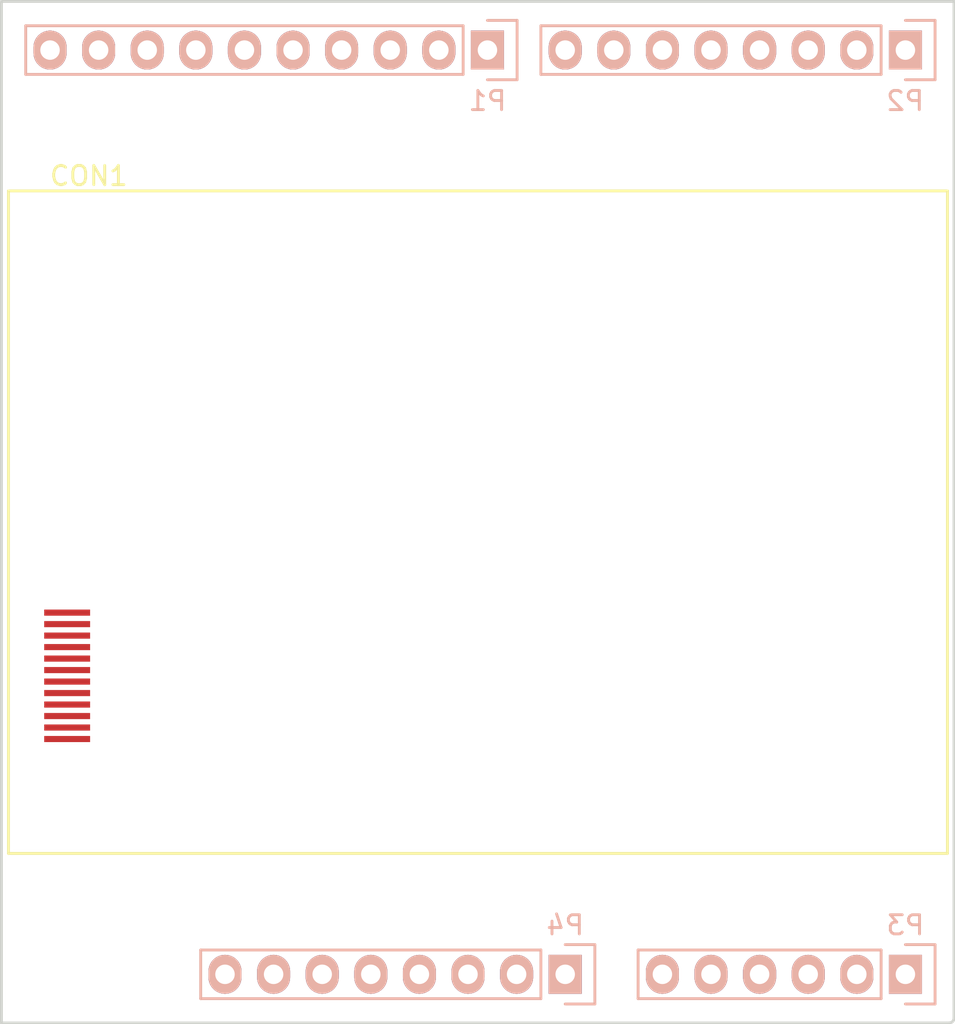
<source format=kicad_pcb>
(kicad_pcb (version 4) (host pcbnew 4.0.5-e0-6337~49~ubuntu16.04.1)

  (general
    (links 0)
    (no_connects 0)
    (area 16.180999 2.464999 66.115001 55.955001)
    (thickness 1.6)
    (drawings 5)
    (tracks 0)
    (zones 0)
    (modules 5)
    (nets 1)
  )

  (page User 148.006 210.007)
  (layers
    (0 F.Cu signal)
    (31 B.Cu signal)
    (32 B.Adhes user)
    (33 F.Adhes user)
    (34 B.Paste user)
    (35 F.Paste user)
    (36 B.SilkS user)
    (37 F.SilkS user)
    (38 B.Mask user)
    (39 F.Mask user)
    (40 Dwgs.User user)
    (41 Cmts.User user)
    (42 Eco1.User user)
    (43 Eco2.User user)
    (44 Edge.Cuts user)
    (45 Margin user)
    (46 B.CrtYd user)
    (47 F.CrtYd user)
    (48 B.Fab user)
    (49 F.Fab user)
  )

  (setup
    (last_trace_width 0.25)
    (trace_clearance 0.2)
    (zone_clearance 0.508)
    (zone_45_only no)
    (trace_min 0.2)
    (segment_width 0.2)
    (edge_width 0.15)
    (via_size 0.6)
    (via_drill 0.4)
    (via_min_size 0.4)
    (via_min_drill 0.3)
    (uvia_size 0.3)
    (uvia_drill 0.1)
    (uvias_allowed no)
    (uvia_min_size 0.2)
    (uvia_min_drill 0.1)
    (pcb_text_width 0.3)
    (pcb_text_size 1.5 1.5)
    (mod_edge_width 0.15)
    (mod_text_size 1 1)
    (mod_text_width 0.15)
    (pad_size 2.032 1.7272)
    (pad_drill 1.016)
    (pad_to_mask_clearance 0.2)
    (aux_axis_origin 0 0)
    (visible_elements FFFFFF7F)
    (pcbplotparams
      (layerselection 0x00000_00000001)
      (usegerberextensions false)
      (excludeedgelayer false)
      (linewidth 0.100000)
      (plotframeref false)
      (viasonmask false)
      (mode 1)
      (useauxorigin false)
      (hpglpennumber 1)
      (hpglpenspeed 20)
      (hpglpendiameter 15)
      (hpglpenoverlay 2)
      (psnegative false)
      (psa4output false)
      (plotreference true)
      (plotvalue true)
      (plotinvisibletext false)
      (padsonsilk false)
      (subtractmaskfromsilk false)
      (outputformat 5)
      (mirror true)
      (drillshape 2)
      (scaleselection 1)
      (outputdirectory mfg))
  )

  (net 0 "")

  (net_class Default "This is the default net class."
    (clearance 0.2)
    (trace_width 0.25)
    (via_dia 0.6)
    (via_drill 0.4)
    (uvia_dia 0.3)
    (uvia_drill 0.1)
  )

  (module Pin_Headers:Pin_Header_Straight_1x06 (layer B.Cu) (tedit 0) (tstamp 58932B2D)
    (at 63.5 53.34 90)
    (descr "Through hole pin header")
    (tags "pin header")
    (path /589329E7)
    (fp_text reference P3 (at 2.5654 0 180) (layer B.SilkS)
      (effects (font (size 1 1) (thickness 0.15)) (justify mirror))
    )
    (fp_text value CONN_01X06 (at 2.5527 -7.1501 180) (layer B.Fab)
      (effects (font (size 1 1) (thickness 0.15)) (justify mirror))
    )
    (fp_line (start -1.75 1.75) (end -1.75 -14.45) (layer B.CrtYd) (width 0.05))
    (fp_line (start 1.75 1.75) (end 1.75 -14.45) (layer B.CrtYd) (width 0.05))
    (fp_line (start -1.75 1.75) (end 1.75 1.75) (layer B.CrtYd) (width 0.05))
    (fp_line (start -1.75 -14.45) (end 1.75 -14.45) (layer B.CrtYd) (width 0.05))
    (fp_line (start 1.27 -1.27) (end 1.27 -13.97) (layer B.SilkS) (width 0.15))
    (fp_line (start 1.27 -13.97) (end -1.27 -13.97) (layer B.SilkS) (width 0.15))
    (fp_line (start -1.27 -13.97) (end -1.27 -1.27) (layer B.SilkS) (width 0.15))
    (fp_line (start 1.55 1.55) (end 1.55 0) (layer B.SilkS) (width 0.15))
    (fp_line (start 1.27 -1.27) (end -1.27 -1.27) (layer B.SilkS) (width 0.15))
    (fp_line (start -1.55 0) (end -1.55 1.55) (layer B.SilkS) (width 0.15))
    (fp_line (start -1.55 1.55) (end 1.55 1.55) (layer B.SilkS) (width 0.15))
    (pad 1 thru_hole rect (at 0 0 90) (size 2.032 1.7272) (drill 1.016) (layers *.Cu *.Mask B.SilkS))
    (pad 2 thru_hole oval (at 0 -2.54 90) (size 2.032 1.7272) (drill 1.016) (layers *.Cu *.Mask B.SilkS))
    (pad 3 thru_hole oval (at 0 -5.08 90) (size 2.032 1.7272) (drill 1.016) (layers *.Cu *.Mask B.SilkS))
    (pad 4 thru_hole oval (at 0 -7.62 90) (size 2.032 1.7272) (drill 1.016) (layers *.Cu *.Mask B.SilkS))
    (pad 5 thru_hole oval (at 0 -10.16 90) (size 2.032 1.7272) (drill 1.016) (layers *.Cu *.Mask B.SilkS))
    (pad 6 thru_hole oval (at 0 -12.7 90) (size 2.032 1.7272) (drill 1.016) (layers *.Cu *.Mask B.SilkS))
    (model Pin_Headers.3dshapes/Pin_Header_Straight_1x06.wrl
      (at (xyz 0 -0.25 0))
      (scale (xyz 1 1 1))
      (rotate (xyz 0 0 90))
    )
  )

  (module Pin_Headers:Pin_Header_Straight_1x08 (layer B.Cu) (tedit 0) (tstamp 58932B39)
    (at 45.72 53.34 90)
    (descr "Through hole pin header")
    (tags "pin header")
    (path /58932A6C)
    (fp_text reference P4 (at 2.5654 0 180) (layer B.SilkS)
      (effects (font (size 1 1) (thickness 0.15)) (justify mirror))
    )
    (fp_text value CONN_01X08 (at 2.8575 -6.1849 180) (layer B.Fab)
      (effects (font (size 1 1) (thickness 0.15)) (justify mirror))
    )
    (fp_line (start -1.75 1.75) (end -1.75 -19.55) (layer B.CrtYd) (width 0.05))
    (fp_line (start 1.75 1.75) (end 1.75 -19.55) (layer B.CrtYd) (width 0.05))
    (fp_line (start -1.75 1.75) (end 1.75 1.75) (layer B.CrtYd) (width 0.05))
    (fp_line (start -1.75 -19.55) (end 1.75 -19.55) (layer B.CrtYd) (width 0.05))
    (fp_line (start 1.27 -1.27) (end 1.27 -19.05) (layer B.SilkS) (width 0.15))
    (fp_line (start 1.27 -19.05) (end -1.27 -19.05) (layer B.SilkS) (width 0.15))
    (fp_line (start -1.27 -19.05) (end -1.27 -1.27) (layer B.SilkS) (width 0.15))
    (fp_line (start 1.55 1.55) (end 1.55 0) (layer B.SilkS) (width 0.15))
    (fp_line (start 1.27 -1.27) (end -1.27 -1.27) (layer B.SilkS) (width 0.15))
    (fp_line (start -1.55 0) (end -1.55 1.55) (layer B.SilkS) (width 0.15))
    (fp_line (start -1.55 1.55) (end 1.55 1.55) (layer B.SilkS) (width 0.15))
    (pad 1 thru_hole rect (at 0 0 90) (size 2.032 1.7272) (drill 1.016) (layers *.Cu *.Mask B.SilkS))
    (pad 2 thru_hole oval (at 0 -2.54 90) (size 2.032 1.7272) (drill 1.016) (layers *.Cu *.Mask B.SilkS))
    (pad 3 thru_hole oval (at 0 -5.08 90) (size 2.032 1.7272) (drill 1.016) (layers *.Cu *.Mask B.SilkS))
    (pad 4 thru_hole oval (at 0 -7.62 90) (size 2.032 1.7272) (drill 1.016) (layers *.Cu *.Mask B.SilkS))
    (pad 5 thru_hole oval (at 0 -10.16 90) (size 2.032 1.7272) (drill 1.016) (layers *.Cu *.Mask B.SilkS))
    (pad 6 thru_hole oval (at 0 -12.7 90) (size 2.032 1.7272) (drill 1.016) (layers *.Cu *.Mask B.SilkS))
    (pad 7 thru_hole oval (at 0 -15.24 90) (size 2.032 1.7272) (drill 1.016) (layers *.Cu *.Mask B.SilkS))
    (pad 8 thru_hole oval (at 0 -17.78 90) (size 2.032 1.7272) (drill 1.016) (layers *.Cu *.Mask B.SilkS))
    (model Pin_Headers.3dshapes/Pin_Header_Straight_1x08.wrl
      (at (xyz 0 -0.35 0))
      (scale (xyz 1 1 1))
      (rotate (xyz 0 0 90))
    )
  )

  (module Pin_Headers:Pin_Header_Straight_1x10 (layer B.Cu) (tedit 0) (tstamp 58932B7A)
    (at 41.656 5.08 90)
    (descr "Through hole pin header")
    (tags "pin header")
    (path /589328A5)
    (fp_text reference P1 (at -2.6543 0 180) (layer B.SilkS)
      (effects (font (size 1 1) (thickness 0.15)) (justify mirror))
    )
    (fp_text value CONN_01X10 (at -2.6416 -17.7165 180) (layer B.Fab)
      (effects (font (size 1 1) (thickness 0.15)) (justify mirror))
    )
    (fp_line (start -1.75 1.75) (end -1.75 -24.65) (layer B.CrtYd) (width 0.05))
    (fp_line (start 1.75 1.75) (end 1.75 -24.65) (layer B.CrtYd) (width 0.05))
    (fp_line (start -1.75 1.75) (end 1.75 1.75) (layer B.CrtYd) (width 0.05))
    (fp_line (start -1.75 -24.65) (end 1.75 -24.65) (layer B.CrtYd) (width 0.05))
    (fp_line (start 1.27 -1.27) (end 1.27 -24.13) (layer B.SilkS) (width 0.15))
    (fp_line (start 1.27 -24.13) (end -1.27 -24.13) (layer B.SilkS) (width 0.15))
    (fp_line (start -1.27 -24.13) (end -1.27 -1.27) (layer B.SilkS) (width 0.15))
    (fp_line (start 1.55 1.55) (end 1.55 0) (layer B.SilkS) (width 0.15))
    (fp_line (start 1.27 -1.27) (end -1.27 -1.27) (layer B.SilkS) (width 0.15))
    (fp_line (start -1.55 0) (end -1.55 1.55) (layer B.SilkS) (width 0.15))
    (fp_line (start -1.55 1.55) (end 1.55 1.55) (layer B.SilkS) (width 0.15))
    (pad 1 thru_hole rect (at 0 0 90) (size 2.032 1.7272) (drill 1.016) (layers *.Cu *.Mask B.SilkS))
    (pad 2 thru_hole oval (at 0 -2.54 90) (size 2.032 1.7272) (drill 1.016) (layers *.Cu *.Mask B.SilkS))
    (pad 3 thru_hole oval (at 0 -5.08 90) (size 2.032 1.7272) (drill 1.016) (layers *.Cu *.Mask B.SilkS))
    (pad 4 thru_hole oval (at 0 -7.62 90) (size 2.032 1.7272) (drill 1.016) (layers *.Cu *.Mask B.SilkS))
    (pad 5 thru_hole oval (at 0 -10.16 90) (size 2.032 1.7272) (drill 1.016) (layers *.Cu *.Mask B.SilkS))
    (pad 6 thru_hole oval (at 0 -12.7 90) (size 2.032 1.7272) (drill 1.016) (layers *.Cu *.Mask B.SilkS))
    (pad 7 thru_hole oval (at 0 -15.24 90) (size 2.032 1.7272) (drill 1.016) (layers *.Cu *.Mask B.SilkS))
    (pad 8 thru_hole oval (at 0 -17.78 90) (size 2.032 1.7272) (drill 1.016) (layers *.Cu *.Mask B.SilkS))
    (pad 9 thru_hole oval (at 0 -20.32 90) (size 2.032 1.7272) (drill 1.016) (layers *.Cu *.Mask B.SilkS))
    (pad 10 thru_hole oval (at 0 -22.86 90) (size 2.032 1.7272) (drill 1.016) (layers *.Cu *.Mask B.SilkS))
    (model Pin_Headers.3dshapes/Pin_Header_Straight_1x10.wrl
      (at (xyz 0 -0.45 0))
      (scale (xyz 1 1 1))
      (rotate (xyz 0 0 90))
    )
  )

  (module Pin_Headers:Pin_Header_Straight_1x08 (layer B.Cu) (tedit 0) (tstamp 58932B87)
    (at 63.5 5.08 90)
    (descr "Through hole pin header")
    (tags "pin header")
    (path /5893296E)
    (fp_text reference P2 (at -2.6543 -0.0127 180) (layer B.SilkS)
      (effects (font (size 1 1) (thickness 0.15)) (justify mirror))
    )
    (fp_text value CONN_01X08 (at -2.7051 -8.8138 180) (layer B.Fab)
      (effects (font (size 1 1) (thickness 0.15)) (justify mirror))
    )
    (fp_line (start -1.75 1.75) (end -1.75 -19.55) (layer B.CrtYd) (width 0.05))
    (fp_line (start 1.75 1.75) (end 1.75 -19.55) (layer B.CrtYd) (width 0.05))
    (fp_line (start -1.75 1.75) (end 1.75 1.75) (layer B.CrtYd) (width 0.05))
    (fp_line (start -1.75 -19.55) (end 1.75 -19.55) (layer B.CrtYd) (width 0.05))
    (fp_line (start 1.27 -1.27) (end 1.27 -19.05) (layer B.SilkS) (width 0.15))
    (fp_line (start 1.27 -19.05) (end -1.27 -19.05) (layer B.SilkS) (width 0.15))
    (fp_line (start -1.27 -19.05) (end -1.27 -1.27) (layer B.SilkS) (width 0.15))
    (fp_line (start 1.55 1.55) (end 1.55 0) (layer B.SilkS) (width 0.15))
    (fp_line (start 1.27 -1.27) (end -1.27 -1.27) (layer B.SilkS) (width 0.15))
    (fp_line (start -1.55 0) (end -1.55 1.55) (layer B.SilkS) (width 0.15))
    (fp_line (start -1.55 1.55) (end 1.55 1.55) (layer B.SilkS) (width 0.15))
    (pad 1 thru_hole rect (at 0 0 90) (size 2.032 1.7272) (drill 1.016) (layers *.Cu *.Mask B.SilkS))
    (pad 2 thru_hole oval (at 0 -2.54 90) (size 2.032 1.7272) (drill 1.016) (layers *.Cu *.Mask B.SilkS))
    (pad 3 thru_hole oval (at 0 -5.08 90) (size 2.032 1.7272) (drill 1.016) (layers *.Cu *.Mask B.SilkS))
    (pad 4 thru_hole oval (at 0 -7.62 90) (size 2.032 1.7272) (drill 1.016) (layers *.Cu *.Mask B.SilkS))
    (pad 5 thru_hole oval (at 0 -10.16 90) (size 2.032 1.7272) (drill 1.016) (layers *.Cu *.Mask B.SilkS))
    (pad 6 thru_hole oval (at 0 -12.7 90) (size 2.032 1.7272) (drill 1.016) (layers *.Cu *.Mask B.SilkS))
    (pad 7 thru_hole oval (at 0 -15.24 90) (size 2.032 1.7272) (drill 1.016) (layers *.Cu *.Mask B.SilkS))
    (pad 8 thru_hole oval (at 0 -17.78 90) (size 2.032 1.7272) (drill 1.016) (layers *.Cu *.Mask B.SilkS))
    (model Pin_Headers.3dshapes/Pin_Header_Straight_1x08.wrl
      (at (xyz 0 -0.35 0))
      (scale (xyz 1 1 1))
      (rotate (xyz 0 0 90))
    )
  )

  (module Connect:Nokia1616_LCD (layer F.Cu) (tedit 588D044B) (tstamp 589783EC)
    (at 20.8915 33.9725 90)
    (path /58978335)
    (fp_text reference CON1 (at 22.32152 -0.07112 180) (layer F.SilkS)
      (effects (font (size 1 1) (thickness 0.15)))
    )
    (fp_text value Nokia1616_LCD (at -12.14628 1.73228 180) (layer F.Fab)
      (effects (font (size 1 1) (thickness 0.15)))
    )
    (fp_line (start -13.0556 44.8056) (end 21.5392 44.8056) (layer F.SilkS) (width 0.15))
    (fp_line (start 21.5392 -4.2672) (end 21.5392 44.8056) (layer F.SilkS) (width 0.15))
    (fp_line (start -13.0556 -4.2672) (end -13.0556 44.8056) (layer F.SilkS) (width 0.15))
    (fp_line (start -13.0556 -4.2672) (end 21.5392 -4.2672) (layer F.SilkS) (width 0.15))
    (pad 1 smd rect (at -7.08148 -1.20142 90) (size 0.319989 2.399995) (layers F.Cu F.Paste F.Mask))
    (pad 2 smd rect (at -6.48148 -1.20142 90) (size 0.319989 2.399995) (layers F.Cu F.Paste F.Mask))
    (pad 3 smd rect (at -5.88148 -1.20142 90) (size 0.319989 2.399995) (layers F.Cu F.Paste F.Mask))
    (pad 4 smd rect (at -5.28148 -1.20142 90) (size 0.319989 2.399995) (layers F.Cu F.Paste F.Mask))
    (pad 5 smd rect (at -4.68148 -1.20142 90) (size 0.319989 2.399995) (layers F.Cu F.Paste F.Mask))
    (pad 6 smd rect (at -4.08148 -1.20142 90) (size 0.319989 2.399995) (layers F.Cu F.Paste F.Mask))
    (pad 7 smd rect (at -3.48148 -1.20142 90) (size 0.319989 2.399995) (layers F.Cu F.Paste F.Mask))
    (pad 8 smd rect (at -2.88148 -1.20142 90) (size 0.319989 2.399995) (layers F.Cu F.Paste F.Mask))
    (pad 9 smd rect (at -2.28148 -1.20142 90) (size 0.319989 2.399995) (layers F.Cu F.Paste F.Mask))
    (pad 10 smd rect (at -1.68148 -1.20142 90) (size 0.319989 2.399995) (layers F.Cu F.Paste F.Mask))
    (pad 11 smd rect (at -1.08148 -1.20142 90) (size 0.319989 2.399995) (layers F.Cu F.Paste F.Mask))
    (pad 12 smd rect (at -0.48148 -1.20142 90) (size 0.319989 2.399995) (layers F.Cu F.Paste F.Mask))
  )

  (gr_arc (start 65.786 55.626) (end 66.04 55.626) (angle 90) (layer Edge.Cuts) (width 0.15))
  (gr_line (start 66.04 2.54) (end 66.04 55.626) (layer Edge.Cuts) (width 0.15) (tstamp 58977C11))
  (gr_line (start 16.256 2.54) (end 66.04 2.54) (layer Edge.Cuts) (width 0.15) (tstamp 58977BF5))
  (gr_line (start 16.256 2.54) (end 16.256 55.88) (layer Edge.Cuts) (width 0.15))
  (gr_line (start 16.256 55.88) (end 65.786 55.88) (layer Edge.Cuts) (width 0.15))

)

</source>
